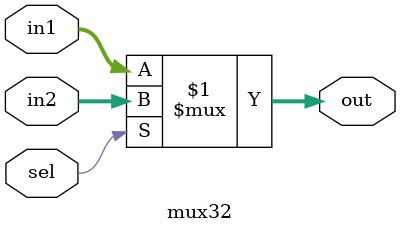
<source format=v>
module mux32(out,sel,in1,in2);
input[31:0] in1,in2;
input sel;
output[31:0] out;
assign out=(sel)?in2:in1;
endmodule

</source>
